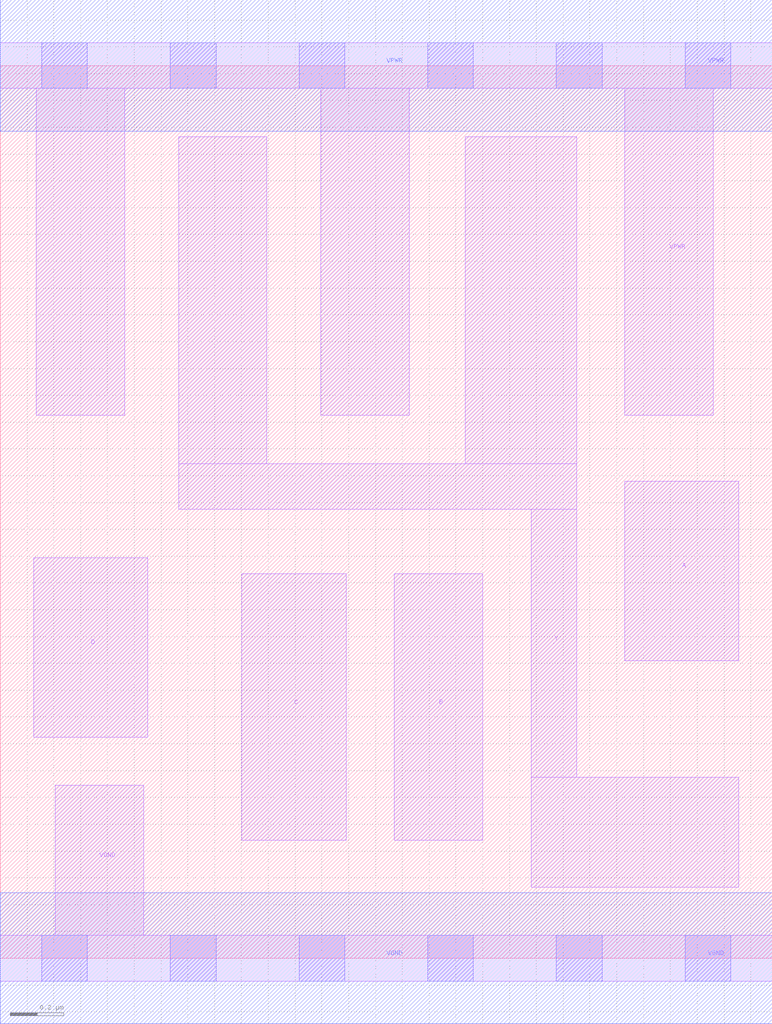
<source format=lef>
# Copyright 2020 The SkyWater PDK Authors
#
# Licensed under the Apache License, Version 2.0 (the "License");
# you may not use this file except in compliance with the License.
# You may obtain a copy of the License at
#
#     https://www.apache.org/licenses/LICENSE-2.0
#
# Unless required by applicable law or agreed to in writing, software
# distributed under the License is distributed on an "AS IS" BASIS,
# WITHOUT WARRANTIES OR CONDITIONS OF ANY KIND, either express or implied.
# See the License for the specific language governing permissions and
# limitations under the License.
#
# SPDX-License-Identifier: Apache-2.0

VERSION 5.7 ;
  NAMESCASESENSITIVE ON ;
  NOWIREEXTENSIONATPIN ON ;
  DIVIDERCHAR "/" ;
  BUSBITCHARS "[]" ;
UNITS
  DATABASE MICRONS 200 ;
END UNITS
MACRO sky130_fd_sc_lp__nand4_lp
  CLASS CORE ;
  SOURCE USER ;
  FOREIGN sky130_fd_sc_lp__nand4_lp ;
  ORIGIN  0.000000  0.000000 ;
  SIZE  2.880000 BY  3.330000 ;
  SYMMETRY X Y R90 ;
  SITE unit ;
  PIN A
    ANTENNAGATEAREA  0.313000 ;
    DIRECTION INPUT ;
    USE SIGNAL ;
    PORT
      LAYER li1 ;
        RECT 2.330000 1.110000 2.755000 1.780000 ;
    END
  END A
  PIN B
    ANTENNAGATEAREA  0.313000 ;
    DIRECTION INPUT ;
    USE SIGNAL ;
    PORT
      LAYER li1 ;
        RECT 1.470000 0.440000 1.800000 1.435000 ;
    END
  END B
  PIN C
    ANTENNAGATEAREA  0.313000 ;
    DIRECTION INPUT ;
    USE SIGNAL ;
    PORT
      LAYER li1 ;
        RECT 0.900000 0.440000 1.290000 1.435000 ;
    END
  END C
  PIN D
    ANTENNAGATEAREA  0.313000 ;
    DIRECTION INPUT ;
    USE SIGNAL ;
    PORT
      LAYER li1 ;
        RECT 0.125000 0.825000 0.550000 1.495000 ;
    END
  END D
  PIN Y
    ANTENNADIFFAREA  0.679700 ;
    DIRECTION OUTPUT ;
    USE SIGNAL ;
    PORT
      LAYER li1 ;
        RECT 0.665000 1.675000 2.150000 1.845000 ;
        RECT 0.665000 1.845000 0.995000 3.065000 ;
        RECT 1.735000 1.845000 2.150000 3.065000 ;
        RECT 1.980000 0.265000 2.755000 0.675000 ;
        RECT 1.980000 0.675000 2.150000 1.675000 ;
    END
  END Y
  PIN VGND
    DIRECTION INOUT ;
    USE GROUND ;
    PORT
      LAYER li1 ;
        RECT 0.000000 -0.085000 2.880000 0.085000 ;
        RECT 0.205000  0.085000 0.535000 0.645000 ;
      LAYER mcon ;
        RECT 0.155000 -0.085000 0.325000 0.085000 ;
        RECT 0.635000 -0.085000 0.805000 0.085000 ;
        RECT 1.115000 -0.085000 1.285000 0.085000 ;
        RECT 1.595000 -0.085000 1.765000 0.085000 ;
        RECT 2.075000 -0.085000 2.245000 0.085000 ;
        RECT 2.555000 -0.085000 2.725000 0.085000 ;
      LAYER met1 ;
        RECT 0.000000 -0.245000 2.880000 0.245000 ;
    END
  END VGND
  PIN VPWR
    DIRECTION INOUT ;
    USE POWER ;
    PORT
      LAYER li1 ;
        RECT 0.000000 3.245000 2.880000 3.415000 ;
        RECT 0.135000 2.025000 0.465000 3.245000 ;
        RECT 1.195000 2.025000 1.525000 3.245000 ;
        RECT 2.330000 2.025000 2.660000 3.245000 ;
      LAYER mcon ;
        RECT 0.155000 3.245000 0.325000 3.415000 ;
        RECT 0.635000 3.245000 0.805000 3.415000 ;
        RECT 1.115000 3.245000 1.285000 3.415000 ;
        RECT 1.595000 3.245000 1.765000 3.415000 ;
        RECT 2.075000 3.245000 2.245000 3.415000 ;
        RECT 2.555000 3.245000 2.725000 3.415000 ;
      LAYER met1 ;
        RECT 0.000000 3.085000 2.880000 3.575000 ;
    END
  END VPWR
END sky130_fd_sc_lp__nand4_lp

</source>
